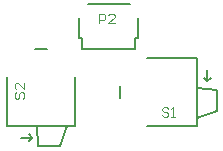
<source format=gto>
G04*
G04 #@! TF.GenerationSoftware,Altium Limited,Altium Designer,23.10.1 (27)*
G04*
G04 Layer_Color=65535*
%FSLAX25Y25*%
%MOIN*%
G70*
G04*
G04 #@! TF.SameCoordinates,51DF8756-C7FE-4A26-B6EC-ED2339CC954E*
G04*
G04*
G04 #@! TF.FilePolarity,Positive*
G04*
G01*
G75*
%ADD10C,0.00787*%
%ADD11C,0.00492*%
D10*
X-221654Y8661D02*
X-220472Y7480D01*
Y7480D02*
Y7480D01*
X-221654Y6299D02*
X-220472Y7480D01*
X-224410D02*
X-220472D01*
X-219685Y37008D02*
X-215748D01*
X-206299Y11417D02*
Y27953D01*
X-229134Y11417D02*
Y27953D01*
Y11417D02*
X-206299D01*
X-211417Y4724D02*
X-209055Y11417D01*
X-218504Y4724D02*
X-211417D01*
X-219109Y11417D02*
X-218504Y4724D01*
X-202067Y52067D02*
X-188091D01*
X-203937Y37106D02*
X-186221D01*
X-185236Y40650D02*
X-185236Y47539D01*
X-186221Y37106D02*
Y39173D01*
X-204921Y40650D02*
X-204921Y47539D01*
X-203937Y37106D02*
Y39173D01*
X-204921Y40650D02*
X-203937D01*
Y39173D02*
Y40650D01*
X-186221D02*
X-185236D01*
X-186221D02*
X-186221Y39173D01*
X-165748Y11417D02*
Y34252D01*
Y24227D02*
X-159055Y23622D01*
X-159055Y16535D01*
X-165748Y14173D02*
X-159055Y16535D01*
X-182283Y11417D02*
X-165748D01*
X-182283Y34252D02*
X-165748Y34252D01*
X-191339Y20866D02*
Y24803D01*
X-162205Y30104D02*
X-162205Y26378D01*
X-161024Y27559D01*
X-163386D02*
X-162205Y26378D01*
D11*
X-225853Y22704D02*
X-226377Y22179D01*
Y21129D01*
X-225853Y20605D01*
X-225328D01*
X-224803Y21129D01*
Y22179D01*
X-224278Y22704D01*
X-223754D01*
X-223229Y22179D01*
Y21129D01*
X-223754Y20605D01*
X-223229Y25852D02*
Y23753D01*
X-225328Y25852D01*
X-225853D01*
X-226377Y25327D01*
Y24278D01*
X-225853Y23753D01*
X-175197Y17191D02*
X-175722Y17716D01*
X-176771D01*
X-177296Y17191D01*
Y16667D01*
X-176771Y16142D01*
X-175722D01*
X-175197Y15617D01*
Y15092D01*
X-175722Y14567D01*
X-176771D01*
X-177296Y15092D01*
X-174147Y14567D02*
X-173098D01*
X-173623D01*
Y17716D01*
X-174147Y17191D01*
X-198293Y45670D02*
Y48818D01*
X-196719D01*
X-196194Y48294D01*
Y47244D01*
X-196719Y46719D01*
X-198293D01*
X-193045Y45670D02*
X-195144D01*
X-193045Y47769D01*
Y48294D01*
X-193570Y48818D01*
X-194620D01*
X-195144Y48294D01*
M02*

</source>
